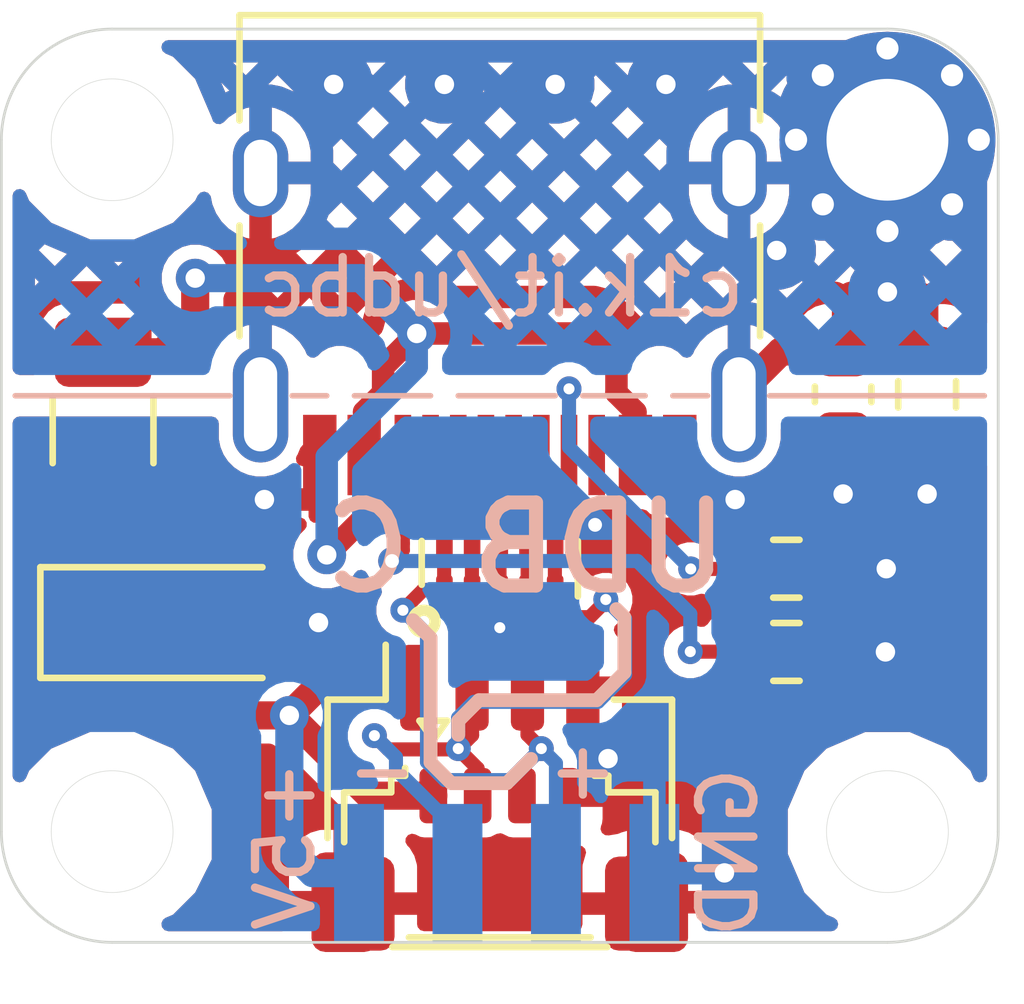
<source format=kicad_pcb>
(kicad_pcb (version 20241229) (generator "pcbnew") (generator_version "9.0")
  (layers (0 "F.Cu" signal) (4 "In1.Cu" signal) (6 "In2.Cu" signal) (2 "B.Cu" signal) (13 "F.Paste" user) (15 "B.Paste" user) (5 "F.SilkS" user "F.Silkscreen") (7 "B.SilkS" user "B.Silkscreen") (1 "F.Mask" user) (3 "B.Mask" user) (25 "Edge.Cuts" user))
  (net 0 "")
  (net 1 "Earth")
  (net 2 "GND")
  (net 3 "Net-(J0-CC2)")
  (net 5 "Net-(J0-CC1)")
  (net 7 "VBUS")
  (net 8 "VCC")
  (net 9 "D+")
  (net 10 "D-")
  (footprint "Resistor_SMD:R_0603_1608Metric" (layer "F.Cu") (at 108.175 47.75)
    (property "Reference" "R1" (hide yes))
    (property "Value" "5.1K" (hide yes))
    (fp_line (start -0.237258 -0.5225) (end 0.237258 -0.5225) (stroke (width 0.12)) (layer "F.SilkS"))
    (fp_line (start -0.237258 0.5225) (end 0.237258 0.5225) (stroke (width 0.12)) (layer "F.SilkS"))
    (pad "1" smd roundrect (at -0.825 0) (size 0.8 0.95) (layers "F.Cu" "F.Mask" "F.Paste") (net 5 "Net-(J0-CC1)"))
    (pad "2" smd roundrect (at 0.825 0) (size 0.8 0.95) (layers "F.Cu" "F.Mask" "F.Paste") (net 2 "GND"))
  )
  (footprint "Resistor_SMD:R_0603_1608Metric" (layer "F.Cu") (at 108.176528 49.25322)
    (property "Reference" "R2" (hide yes))
    (property "Value" "5.1K" (hide yes))
    (fp_line (start -0.237258 -0.5225) (end 0.237258 -0.5225) (stroke (width 0.12)) (layer "F.SilkS"))
    (fp_line (start -0.237258 0.5225) (end 0.237258 0.5225) (stroke (width 0.12)) (layer "F.SilkS"))
    (pad "1" smd roundrect (at -0.825 0) (size 0.8 0.95) (layers "F.Cu" "F.Mask" "F.Paste") (net 3 "Net-(J0-CC2)"))
    (pad "2" smd roundrect (at 0.825 0) (size 0.8 0.95) (layers "F.Cu" "F.Mask" "F.Paste") (net 2 "GND"))
  )
  (footprint "ts-kicad-lib:Hole_M2" (layer "F.Cu") (at 96 40)
    (property "Reference" "H2" (hide yes))
    (property "Value" "~" (hide yes))
    (fp_circle (center 0 0) (end 1.1 0) (stroke (width 0.01)) (fill no) (layer "Edge.Cuts"))
    (zone (net 0) (net_name "") (layers "F.Cu" "B.Cu" "In1.Cu" "In2.Cu" "Cmts.User") (name "KO") (connect_pads (clearance 0)) (min_thickness 0.25)
      (keepout (tracks not_allowed) (vias not_allowed) (pads not_allowed) (copperpour not_allowed) (footprints not_allowed))
      (fill (thermal_gap 0.5) (thermal_bridge_width 0.5))
      (polygon (pts (xy 97.1 38.5) (xy 97.5 38.9) (xy 97.8 39.6) (xy 97.8 40.5) (xy 97.5 41.1) (xy 97.1 41.5) (xy 96.4 41.8) (xy 95.6 41.8) (xy 94.9 41.5) (xy 94.5 41.1) (xy 94.2 40.4) (xy 94.2 39.6) (xy 94.5 38.9) (xy 94.9 38.5) (xy 95.6 38.2) (xy 96.4 38.2)))
    )
  )
  (footprint "Fuse:Fuse_1206_3216Metric" (layer "F.Cu") (at 95.836191 45.239984 -90)
    (property "Reference" "F1" (hide yes))
    (property "Value" "ASMD1206-150" (hide yes))
    (fp_line (start -0.602064 0.91) (end 0.602064 0.91) (stroke (width 0.12)) (layer "F.SilkS"))
    (fp_line (start -0.602064 -0.91) (end 0.602064 -0.91) (stroke (width 0.12)) (layer "F.SilkS"))
    (pad "1" smd roundrect (at -1.4 0 270) (size 1.25 1.75) (layers "F.Cu" "F.Mask" "F.Paste") (roundrect_rratio 0.2) (net 7 "VBUS"))
    (pad "2" smd roundrect (at 1.4 0 270) (size 1.25 1.75) (layers "F.Cu" "F.Mask" "F.Paste") (roundrect_rratio 0.2) (net 8 "VCC"))
  )
  (footprint "Connector_JST:JST_SUR_SM04B-SURS-TF_1x04-1MP_P0.80mm_Horizontal" (layer "F.Cu") (at 103 53)
    (property "Reference" "J2" (hide yes))
    (property "Value" "JST-SUR-04" (hide yes))
    (fp_line (start -2.81 -1.21) (end -1.96 -1.21) (stroke (width 0.12)) (layer "F.SilkS"))
    (fp_line (start -2.81 -0.31) (end -2.81 -1.21) (stroke (width 0.12)) (layer "F.SilkS"))
    (fp_line (start -1.96 -1.51) (end -1.71 -1.51) (stroke (width 0.12)) (layer "F.SilkS"))
    (fp_line (start -1.96 -1.21) (end -1.96 -1.51) (stroke (width 0.12)) (layer "F.SilkS"))
    (fp_line (start -1.71 -1.51) (end -1.71 -1.65) (stroke (width 0.12)) (layer "F.SilkS"))
    (fp_line (start -1.64 1.41) (end 1.64 1.41) (stroke (width 0.12)) (layer "F.SilkS"))
    (fp_line (start -1.45 -2.503553) (end -1.2 -2.15) (stroke (width 0.12)) (layer "F.SilkS"))
    (fp_line (start -1.2 -2.15) (end -0.95 -2.503553) (stroke (width 0.12)) (layer "F.SilkS"))
    (fp_line (start -0.95 -2.503553) (end -1.45 -2.503553) (stroke (width 0.12)) (layer "F.SilkS"))
    (fp_line (start 1.96 -1.51) (end 1.71 -1.51) (stroke (width 0.12)) (layer "F.SilkS"))
    (fp_line (start 1.96 -1.21) (end 1.96 -1.51) (stroke (width 0.12)) (layer "F.SilkS"))
    (fp_line (start 2.81 -1.21) (end 1.96 -1.21) (stroke (width 0.12)) (layer "F.SilkS"))
    (fp_line (start 2.81 -0.31) (end 2.81 -1.21) (stroke (width 0.12)) (layer "F.SilkS"))
    (pad "1" smd roundrect (at -1.2 -1.15) (size 0.5 1) (layers "F.Cu" "F.Mask" "F.Paste") (net 8 "VCC"))
    (pad "2" smd roundrect (at -0.4 -1.15) (size 0.5 1) (layers "F.Cu" "F.Mask" "F.Paste") (net 10 "D-"))
    (pad "3" smd roundrect (at 0.4 -1.15) (size 0.5 1) (layers "F.Cu" "F.Mask" "F.Paste") (net 9 "D+"))
    (pad "4" smd roundrect (at 1.2 -1.15) (size 0.5 1) (layers "F.Cu" "F.Mask" "F.Paste") (net 2 "GND"))
    (pad "MP" smd roundrect (at -2.5 0.8) (size 1.2 1.7) (layers "F.Cu" "F.Mask" "F.Paste") (roundrect_rratio 0.208333) (net 2 "GND"))
    (pad "MP" smd roundrect (at 2.5 0.8) (size 1.2 1.7) (layers "F.Cu" "F.Mask" "F.Paste") (roundrect_rratio 0.208333) (net 2 "GND"))
  )
  (footprint "Resistor_SMD:R_0603_1608Metric" (layer "F.Cu") (at 110.716941 44.599999 -90)
    (property "Reference" "R3" (hide yes))
    (property "Value" "1M" (hide yes))
    (fp_line (start -0.237258 0.5225) (end 0.237258 0.5225) (stroke (width 0.12)) (layer "F.SilkS"))
    (fp_line (start -0.237258 -0.5225) (end 0.237258 -0.5225) (stroke (width 0.12)) (layer "F.SilkS"))
    (pad "1" smd roundrect (at -0.825 0 270) (size 0.8 0.95) (layers "F.Cu" "F.Mask" "F.Paste") (net 1 "Earth"))
    (pad "2" smd roundrect (at 0.825 0 270) (size 0.8 0.95) (layers "F.Cu" "F.Mask" "F.Paste") (net 2 "GND"))
  )
  (footprint "ts-kicad-lib:Hole_M2" (layer "F.Cu") (at 110 52.5)
    (property "Reference" "H4" (hide yes))
    (property "Value" "~" (hide yes))
    (fp_circle (center 0 0) (end 1.1 0) (stroke (width 0.01)) (fill no) (layer "Edge.Cuts"))
    (zone (net 0) (net_name "") (layers "F.Cu" "B.Cu" "In1.Cu" "In2.Cu" "Cmts.User") (name "KO") (connect_pads (clearance 0)) (min_thickness 0.25)
      (keepout (tracks not_allowed) (vias not_allowed) (pads not_allowed) (copperpour not_allowed) (footprints not_allowed))
      (fill (thermal_gap 0.5) (thermal_bridge_width 0.5))
      (polygon (pts (xy 111.1 51) (xy 111.5 51.4) (xy 111.8 52.1) (xy 111.8 53) (xy 111.5 53.6) (xy 111.1 54) (xy 110.4 54.3) (xy 109.6 54.3) (xy 108.9 54) (xy 108.5 53.6) (xy 108.2 52.9) (xy 108.2 52.1) (xy 108.5 51.4) (xy 108.9 51) (xy 109.6 50.7) (xy 110.4 50.7)))
    )
  )
  (footprint "Connector_JST:JST_SH_SM04B-SRSS-TB_1x04-1MP_P1.00mm_Horizontal" (layer "F.Cu") (at 103 51.9)
    (property "Reference" "J1" (hide yes))
    (property "Value" "JST-SH-04" (hide yes))
    (fp_line (start -3.11 -1.785) (end -2.06 -1.785) (stroke (width 0.12)) (layer "F.SilkS"))
    (fp_line (start -3.11 0.715) (end -3.11 -1.785) (stroke (width 0.12)) (layer "F.SilkS"))
    (fp_line (start -2.06 -1.785) (end -2.06 -2.775) (stroke (width 0.12)) (layer "F.SilkS"))
    (fp_line (start -1.94 2.685) (end 1.94 2.685) (stroke (width 0.12)) (layer "F.SilkS"))
    (fp_line (start 3.11 -1.785) (end 2.06 -1.785) (stroke (width 0.12)) (layer "F.SilkS"))
    (fp_line (start 3.11 0.715) (end 3.11 -1.785) (stroke (width 0.12)) (layer "F.SilkS"))
    (pad "1" smd roundrect (at -1.5 -2) (size 0.6 1.55) (layers "F.Cu" "F.Mask" "F.Paste") (net 8 "VCC"))
    (pad "2" smd roundrect (at -0.5 -2) (size 0.6 1.55) (layers "F.Cu" "F.Mask" "F.Paste") (net 10 "D-"))
    (pad "3" smd roundrect (at 0.5 -2) (size 0.6 1.55) (layers "F.Cu" "F.Mask" "F.Paste") (net 9 "D+"))
    (pad "4" smd roundrect (at 1.5 -2) (size 0.6 1.55) (layers "F.Cu" "F.Mask" "F.Paste") (net 2 "GND"))
    (pad "MP" smd roundrect (at -2.8 1.875) (size 1.2 1.8) (layers "F.Cu" "F.Mask" "F.Paste") (roundrect_rratio 0.208333) (net 2 "GND"))
    (pad "MP" smd roundrect (at 2.8 1.875) (size 1.2 1.8) (layers "F.Cu" "F.Mask" "F.Paste") (roundrect_rratio 0.208333) (net 2 "GND"))
  )
  (footprint "Connector_USB:USB_C_Receptacle_HRO_TYPE-C-31-M-12" (layer "F.Cu") (at 103 41.65 180)
    (property "Reference" "J0" (hide yes))
    (property "Value" "USB_C_Receptacle" (hide yes))
    (fp_line (start 4.7 2) (end 4.7 3.9) (stroke (width 0.12)) (layer "F.SilkS"))
    (fp_line (start 4.7 -1.9) (end 4.7 0.1) (stroke (width 0.12)) (layer "F.SilkS"))
    (fp_line (start -4.7 3.9) (end 4.7 3.9) (stroke (width 0.12)) (layer "F.SilkS"))
    (fp_line (start -4.7 2) (end -4.7 3.9) (stroke (width 0.12)) (layer "F.SilkS"))
    (fp_line (start -4.7 -1.9) (end -4.7 0.1) (stroke (width 0.12)) (layer "F.SilkS"))
    (pad "" np_thru_hole circle (at -2.89 -2.6 180) (size 0.65 0.65) (drill 0.65) (layers "*.Cu" "*.Mask"))
    (pad "" np_thru_hole circle (at 2.89 -2.6 180) (size 0.65 0.65) (drill 0.65) (layers "*.Cu" "*.Mask"))
    (pad "A1" smd rect (at -3.25 -4.045 180) (size 0.6 1.45) (layers "F.Cu" "F.Mask" "F.Paste") (net 2 "GND"))
    (pad "A4" smd rect (at -2.45 -4.045 180) (size 0.6 1.45) (layers "F.Cu" "F.Mask" "F.Paste") (net 7 "VBUS"))
    (pad "A5" smd rect (at -1.25 -4.045 180) (size 0.3 1.45) (layers "F.Cu" "F.Mask" "F.Paste") (net 5 "Net-(J0-CC1)"))
    (pad "A6" smd rect (at -0.25 -4.045 180) (size 0.3 1.45) (layers "F.Cu" "F.Mask" "F.Paste") (net 9 "D+"))
    (pad "A7" smd rect (at 0.25 -4.045 180) (size 0.3 1.45) (layers "F.Cu" "F.Mask" "F.Paste") (net 10 "D-"))
    (pad "A8" smd rect (at 1.25 -4.045 180) (size 0.3 1.45) (layers "F.Cu" "F.Mask" "F.Paste"))
    (pad "A9" smd rect (at 2.45 -4.045 180) (size 0.6 1.45) (layers "F.Cu" "F.Mask" "F.Paste") (net 7 "VBUS"))
    (pad "A12" smd rect (at 3.25 -4.045 180) (size 0.6 1.45) (layers "F.Cu" "F.Mask" "F.Paste") (net 2 "GND"))
    (pad "B1" smd rect (at 3.25 -4.045 180) (size 0.6 1.45) (layers "F.Cu" "F.Mask" "F.Paste") (net 2 "GND"))
    (pad "B4" smd rect (at 2.45 -4.045 180) (size 0.6 1.45) (layers "F.Cu" "F.Mask" "F.Paste") (net 7 "VBUS"))
    (pad "B5" smd rect (at 1.75 -4.045 180) (size 0.3 1.45) (layers "F.Cu" "F.Mask" "F.Paste") (net 3 "Net-(J0-CC2)"))
    (pad "B6" smd rect (at 0.75 -4.045 180) (size 0.3 1.45) (layers "F.Cu" "F.Mask" "F.Paste") (net 9 "D+"))
    (pad "B7" smd rect (at -0.75 -4.045 180) (size 0.3 1.45) (layers "F.Cu" "F.Mask" "F.Paste") (net 10 "D-"))
    (pad "B8" smd rect (at -1.75 -4.045 180) (size 0.3 1.45) (layers "F.Cu" "F.Mask" "F.Paste"))
    (pad "B9" smd rect (at -2.45 -4.045 180) (size 0.6 1.45) (layers "F.Cu" "F.Mask" "F.Paste") (net 7 "VBUS"))
    (pad "B12" smd rect (at -3.25 -4.045 180) (size 0.6 1.45) (layers "F.Cu" "F.Mask" "F.Paste") (net 2 "GND"))
    (pad "S1" thru_hole oval (at -4.32 -3.13 180) (size 1 2.1) (drill oval 0.6 1.7) (property pad_prop_heatsink) (layers "*.Cu" "*.Mask") (net 1 "Earth"))
    (pad "S1" thru_hole oval (at -4.32 1.05 180) (size 1 1.6) (drill oval 0.6 1.2) (property pad_prop_heatsink) (layers "*.Cu" "*.Mask") (net 1 "Earth"))
    (pad "S1" thru_hole oval (at 4.32 -3.13 180) (size 1 2.1) (drill oval 0.6 1.7) (property pad_prop_heatsink) (layers "*.Cu" "*.Mask") (net 1 "Earth"))
    (pad "S1" thru_hole oval (at 4.32 1.05 180) (size 1 1.6) (drill oval 0.6 1.2) (property pad_prop_heatsink) (layers "*.Cu" "*.Mask") (net 1 "Earth"))
  )
  (footprint "PCM_SparkFun-Semiconductor-Standard:UFDFN-10_2.5x1.0mm_P0.5mm" (layer "F.Cu") (at 103 47.749176 90)
    (property "Reference" "Z1" (hide yes))
    (property "Value" "TPD4E05U06DQAR" (hide yes))
    (fp_line (start 0.5 -1.41) (end -0.29 -1.41) (stroke (width 0.12)) (layer "F.SilkS"))
    (fp_line (start 0.5 1.41) (end -0.5 1.41) (stroke (width 0.12)) (layer "F.SilkS"))
    (fp_circle (center -0.9525 -1.37) (end -0.8525 -1.37) (stroke (width 0.2032)) (fill no) (layer "F.SilkS"))
    (pad "1" smd roundrect (at -0.385 -1) (size 0.3 0.55) (layers "F.Cu" "F.Mask" "F.Paste") (net 9 "D+"))
    (pad "2" smd roundrect (at -0.385 -0.5) (size 0.3 0.55) (layers "F.Cu" "F.Mask" "F.Paste") (net 10 "D-"))
    (pad "3" smd roundrect (at -0.385 0) (size 0.3 0.55) (layers "F.Cu" "F.Mask" "F.Paste") (net 2 "GND"))
    (pad "4" smd roundrect (at -0.385 0.5) (size 0.3 0.55) (layers "F.Cu" "F.Mask" "F.Paste") (net 9 "D+"))
    (pad "5" smd roundrect (at -0.385 1) (size 0.3 0.55) (layers "F.Cu" "F.Mask" "F.Paste") (net 10 "D-"))
    (pad "6" smd roundrect (at 0.385 1) (size 0.3 0.55) (layers "F.Cu" "F.Mask" "F.Paste") (net 10 "D-"))
    (pad "7" smd roundrect (at 0.385 0.5) (size 0.3 0.55) (layers "F.Cu" "F.Mask" "F.Paste") (net 9 "D+"))
    (pad "8" smd roundrect (at 0.385 0) (size 0.3 0.55) (layers "F.Cu" "F.Mask" "F.Paste") (net 2 "GND"))
    (pad "9" smd roundrect (at 0.385 -0.5) (size 0.3 0.55) (layers "F.Cu" "F.Mask" "F.Paste") (net 10 "D-"))
    (pad "10" smd roundrect (at 0.385 -1) (size 0.3 0.55) (layers "F.Cu" "F.Mask" "F.Paste") (net 9 "D+"))
  )
  (footprint "Diode_SMD:D_SOD-123" (layer "F.Cu") (at 97.063695 48.722722)
    (property "Reference" "D1" (hide yes))
    (property "Value" "SMF9.0CA" (hide yes))
    (fp_line (start -2.36 -1) (end -2.36 1) (stroke (width 0.12)) (layer "F.SilkS"))
    (fp_line (start -2.36 -1) (end 1.65 -1) (stroke (width 0.12)) (layer "F.SilkS"))
    (fp_line (start -2.36 1) (end 1.65 1) (stroke (width 0.12)) (layer "F.SilkS"))
    (pad "1" smd roundrect (at -1.65 0) (size 0.9 1.2) (layers "F.Cu" "F.Mask" "F.Paste") (net 8 "VCC"))
    (pad "2" smd roundrect (at 1.65 0) (size 0.9 1.2) (layers "F.Cu" "F.Mask" "F.Paste") (net 2 "GND"))
  )
  (footprint "Capacitor_SMD:C_0603_1608Metric" (layer "F.Cu") (at 109.2 44.6 -90)
    (property "Reference" "C1" (hide yes))
    (property "Value" "4.7uF" (hide yes))
    (fp_line (start -0.14058 0.51) (end 0.14058 0.51) (stroke (width 0.12)) (layer "F.SilkS"))
    (fp_line (start -0.14058 -0.51) (end 0.14058 -0.51) (stroke (width 0.12)) (layer "F.SilkS"))
    (pad "1" smd roundrect (at -0.775 0 270) (size 0.9 0.95) (layers "F.Cu" "F.Mask" "F.Paste") (net 1 "Earth"))
    (pad "2" smd roundrect (at 0.775 0 270) (size 0.9 0.95) (layers "F.Cu" "F.Mask" "F.Paste") (net 2 "GND"))
  )
  (footprint "ts-kicad-lib:Hole_M2" (layer "F.Cu") (at 96 52.5)
    (property "Reference" "H3" (hide yes))
    (property "Value" "~" (hide yes))
    (fp_circle (center 0 0) (end 1.1 0) (stroke (width 0.01)) (fill no) (layer "Edge.Cuts"))
    (zone (net 0) (net_name "") (layers "F.Cu" "B.Cu" "In1.Cu" "In2.Cu" "Cmts.User") (name "KO") (connect_pads (clearance 0)) (min_thickness 0.25)
      (keepout (tracks not_allowed) (vias not_allowed) (pads not_allowed) (copperpour not_allowed) (footprints not_allowed))
      (fill (thermal_gap 0.5) (thermal_bridge_width 0.5))
      (polygon (pts (xy 97.1 51) (xy 97.5 51.4) (xy 97.8 52.1) (xy 97.8 53) (xy 97.5 53.6) (xy 97.1 54) (xy 96.4 54.3) (xy 95.6 54.3) (xy 94.9 54) (xy 94.5 53.6) (xy 94.2 52.9) (xy 94.2 52.1) (xy 94.5 51.4) (xy 94.9 51) (xy 95.6 50.7) (xy 96.4 50.7)))
    )
  )
  (footprint "ts-kicad-lib:Mount_M2_Rel" (layer "F.Cu") (at 110 40)
    (property "Reference" "H1" (hide yes))
    (property "Value" "~" (hide yes))
    (pad "MP" thru_hole circle (at -1.65 0) (size 0.6 0.6) (drill 0.4) (layers "*.Cu" "*.Mask") (net 1 "Earth"))
    (pad "MP" thru_hole circle (at -1.166726 -1.166726) (size 0.6 0.6) (drill 0.4) (layers "*.Cu" "*.Mask") (net 1 "Earth"))
    (pad "MP" thru_hole circle (at -1.166726 1.166726) (size 0.6 0.6) (drill 0.4) (layers "*.Cu" "*.Mask") (net 1 "Earth"))
    (pad "MP" thru_hole circle (at 0 -1.65) (size 0.6 0.6) (drill 0.4) (layers "*.Cu" "*.Mask") (net 1 "Earth"))
    (pad "MP" thru_hole circle (at 0 0) (size 3.9 3.9) (drill 2.2) (layers "*.Cu" "*.Mask") (net 1 "Earth"))
    (pad "MP" thru_hole circle (at 0 1.65) (size 0.6 0.6) (drill 0.4) (layers "*.Cu" "*.Mask") (net 1 "Earth"))
    (pad "MP" thru_hole circle (at 1.166726 -1.166726) (size 0.6 0.6) (drill 0.4) (layers "*.Cu" "*.Mask") (net 1 "Earth"))
    (pad "MP" thru_hole circle (at 1.166726 1.166726) (size 0.6 0.6) (drill 0.4) (layers "*.Cu" "*.Mask") (net 1 "Earth"))
    (pad "MP" thru_hole circle (at 1.65 0) (size 0.6 0.6) (drill 0.4) (layers "*.Cu" "*.Mask") (net 1 "Earth"))
  )
  (footprint "PCM_SparkFun-Connector:1x04_P2.54mm_SolderPads" (layer "B.Cu") (at 103.125 53.25 -90)
    (property "Reference" "J3")
    (property "Value" "Conn_01x04")
    (pad "1" smd rect (at 0 2.667 270) (size 2.5 0.9) (layers "B.Cu" "B.Mask") (net 8 "VCC"))
    (pad "2" smd rect (at 0 0.889 270) (size 2.5 0.9) (layers "B.Cu" "B.Mask") (net 10 "D-"))
    (pad "3" smd rect (at 0 -0.889 270) (size 2.5 0.9) (layers "B.Cu" "B.Mask") (net 9 "D+"))
    (pad "4" smd rect (at 0 -2.667 270) (size 2.5 0.9) (layers "B.Cu" "B.Mask") (net 2 "GND"))
  )
  (gr_line (start 106.125 44.625) (end 106.75 44.625) (stroke (width 0.1)) (layer "B.SilkS"))
  (gr_line (start 104.5 44.625) (end 105.625 44.625) (stroke (width 0.1)) (layer "B.SilkS"))
  (gr_line (start 102.25 50.5) (end 102.25 50.75) (stroke (width 0.25)) (layer "B.SilkS"))
  (gr_line (start 94.25 44.625) (end 98.125 44.625) (stroke (width 0.1)) (layer "B.SilkS"))
  (gr_line (start 105.105112 48.480112) (end 105.246595 48.621595) (stroke (width 0.25)) (layer "B.SilkS"))
  (gr_line (start 105.25 48.625) (end 105.25 49.625) (stroke (width 0.25)) (layer "B.SilkS"))
  (gr_line (start 101.75 49) (end 101.75 51.25) (stroke (width 0.25)) (layer "B.SilkS"))
  (gr_line (start 103.126969 51.623031) (end 103.563898 51.186102) (stroke (width 0.25)) (layer "B.SilkS"))
  (gr_line (start 107.875 44.625) (end 111.75 44.625) (stroke (width 0.1)) (layer "B.SilkS"))
  (gr_line (start 104.75 50.125) (end 102.625 50.125) (stroke (width 0.25)) (layer "B.SilkS"))
  (gr_line (start 102.625 50.125) (end 102.25 50.5) (stroke (width 0.25)) (layer "B.SilkS"))
  (gr_line (start 101.430398 48.680398) (end 101.75 49) (stroke (width 0.25)) (layer "B.SilkS"))
  (gr_line (start 101.75 51.25) (end 102.120152 51.620152) (stroke (width 0.25)) (layer "B.SilkS"))
  (gr_line (start 100.375 44.625) (end 101.75 44.625) (stroke (width 0.1)) (layer "B.SilkS"))
  (gr_line (start 105.25 49.625) (end 104.75 50.125) (stroke (width 0.25)) (layer "B.SilkS"))
  (gr_line (start 102.125 51.625) (end 103.125 51.625) (stroke (width 0.25)) (layer "B.SilkS"))
  (gr_line (start 99.25 44.625) (end 99.875 44.625) (stroke (width 0.1)) (layer "B.SilkS"))
  (gr_line (start 102.25 44.625) (end 104 44.625) (stroke (width 0.1)) (layer "B.SilkS"))
  (gr_arc (start 94 40) (mid 94.585786 38.585786) (end 96 38) (stroke (width 0.05)) (layer "Edge.Cuts"))
  (gr_line (start 94 40) (end 94 52.5) (stroke (width 0.05)) (layer "Edge.Cuts"))
  (gr_arc (start 110 38) (mid 111.414214 38.585786) (end 112 40) (stroke (width 0.05)) (layer "Edge.Cuts"))
  (gr_line (start 110 54.5) (end 96 54.5) (stroke (width 0.05)) (layer "Edge.Cuts"))
  (gr_arc (start 96 54.5) (mid 94.585786 53.914214) (end 94 52.5) (stroke (width 0.05)) (layer "Edge.Cuts"))
  (gr_arc (start 112 52.5) (mid 111.414214 53.914214) (end 110 54.5) (stroke (width 0.05)) (layer "Edge.Cuts"))
  (gr_line (start 110 38) (end 96 38) (stroke (width 0.05)) (layer "Edge.Cuts"))
  (gr_line (start 112 40) (end 112 52.5) (stroke (width 0.05)) (layer "Edge.Cuts"))
  (gr_text "UDB C" (at 107.25 48.25 0) (layer "B.SilkS") (effects (font (size 1.5 1.5) (thickness 0.254) (bold yes)) (justify left bottom mirror)))
  (gr_text "-" (at 100.875 51.375 0) (layer "B.SilkS") (effects (font (size 1 1)) (justify mirror)))
  (gr_text "+5V" (at 99.125 52.75 90) (layer "B.SilkS") (effects (font (size 1 1)) (justify mirror)))
  (gr_text "c1k.it/udbc" (at 107.5 43.25 0) (layer "B.SilkS") (effects (font (size 1 1)) (justify left bottom mirror)))
  (gr_text "+" (at 104.5 51.375 0) (layer "B.SilkS") (effects (font (size 1 1)) (justify mirror)))
  (gr_text "GND\n" (at 107.125 52.875 90) (layer "B.SilkS") (effects (font (size 1 1)) (justify mirror)))
  (segment (start 107.32 44.58) (end 107.32 44.78) (width 0.508) (layer "F.Cu") (net 1))
  (segment (start 110.66694 43.825) (end 110.716941 43.774999) (width 0.508) (layer "F.Cu") (net 1))
  (segment (start 109.2 43.825) (end 108.075 43.825) (width 0.508) (layer "F.Cu") (net 1))
  (segment (start 108.075 43.825) (end 107.32 44.58) (width 0.508) (layer "F.Cu") (net 1))
  (segment (start 109.2 43.825) (end 110.66694 43.825) (width 0.508) (layer "F.Cu") (net 1))
  (via (at 100 39) (size 0.7) (drill 0.35) (layers "F.Cu" "B.Cu") (net 1))
  (via (at 108 42) (size 0.7) (drill 0.35) (layers "F.Cu" "B.Cu") (net 1))
  (via (at 106 39) (size 0.7) (drill 0.35) (layers "F.Cu" "B.Cu") (net 1))
  (via (at 110 42.75) (size 0.7) (drill 0.35) (layers "F.Cu" "B.Cu") (net 1))
  (via (at 104 39) (size 0.7) (drill 0.35) (layers "F.Cu" "B.Cu") (net 1))
  (via (at 102 39) (size 0.7) (drill 0.35) (layers "F.Cu" "B.Cu") (net 1))
  (segment (start 109.2 45.375) (end 109.2 46.4) (width 0.254) (layer "F.Cu") (net 2))
  (segment (start 104.5 50.725774) (end 104.955051 51.180825) (width 0.508) (layer "F.Cu") (net 2))
  (segment (start 104.2 51.85) (end 104.285876 51.85) (width 0.508) (layer "F.Cu") (net 2))
  (segment (start 98.75 46.5) (end 99.75 46.5) (width 0.4064) (layer "F.Cu") (net 2))
  (segment (start 102.994965 48.819965) (end 103 48.825) (width 0.2) (layer "F.Cu") (net 2))
  (segment (start 109 47.75) (end 109.978779 47.75) (width 0.254) (layer "F.Cu") (net 2))
  (segment (start 104.5 49.9) (end 104.5 50.725774) (width 0.508) (layer "F.Cu") (net 2))
  (segment (start 102.994965 48.134176) (end 102.994965 48.819965) (width 0.254) (layer "F.Cu") (net 2))
  (segment (start 109.96415 49.25322) (end 109.001528 49.25322) (width 0.254) (layer "F.Cu") (net 2))
  (segment (start 102.994965 47.364176) (end 102.994965 48.134176) (width 0.254) (layer "F.Cu") (net 2))
  (segment (start 107.25 46.5) (end 106.25 46.5) (width 0.4064) (layer "F.Cu") (net 2))
  (segment (start 99.75 46.5) (end 99.75 45.695) (width 0.4064) (layer "F.Cu") (net 2))
  (segment (start 110.716941 45.424999) (end 110.716941 46.4) (width 0.254) (layer "F.Cu") (net 2))
  (segment (start 99.726746 48.722722) (end 98.713695 48.722722) (width 0.4064) (layer "F.Cu") (net 2))
  (segment (start 104.285876 51.85) (end 104.955051 51.180825) (width 0.508) (layer "F.Cu") (net 2))
  (segment (start 106.25 46.5) (end 106.25 45.695) (width 0.4064) (layer "F.Cu") (net 2))
  (via (at 107.25 46.5) (size 0.7) (drill 0.35) (layers "F.Cu" "B.Cu") (net 2))
  (via (at 104.955051 51.180825) (size 0.7) (drill 0.35) (layers "F.Cu" "B.Cu") (net 2))
  (via (at 109.978779 47.75) (size 0.7) (drill 0.35) (layers "F.Cu" "B.Cu") (net 2))
  (via (at 104.721087 46.957309) (size 0.5) (drill 0.25) (layers "F.Cu" "B.Cu") (net 2))
  (via (at 98.75 46.5) (size 0.7) (drill 0.35) (layers "F.Cu" "B.Cu") (net 2))
  (via (at 109.96415 49.25322) (size 0.7) (drill 0.35) (layers "F.Cu" "B.Cu") (net 2))
  (via (at 109.2 46.4) (size 0.7) (drill 0.35) (layers "F.Cu" "B.Cu") (net 2))
  (via (at 103 48.815) (size 0.45) (drill 0.2) (layers "F.Cu" "B.Cu") (net 2))
  (via (at 99.726746 48.722722) (size 0.7) (drill 0.35) (layers "F.Cu" "B.Cu") (net 2))
  (via (at 110.716941 46.4) (size 0.7) (drill 0.35) (layers "F.Cu" "B.Cu") (net 2))
  (via (at 107.057161 53.245534) (size 0.7) (drill 0.35) (layers "F.Cu" "B.Cu") (net 2))
  (segment (start 107.348308 49.25) (end 107.351528 49.25322) (width 0.2) (layer "F.Cu") (net 3))
  (segment (start 101.25 47.294286) (end 101.25 47.41472) (width 0.254) (layer "F.Cu") (net 3))
  (segment (start 101.25 47.41472) (end 101.054162 47.610558) (width 0.254) (layer "F.Cu") (net 3))
  (segment (start 107.346101 49.247793) (end 107.351528 49.25322) (width 0.254) (layer "F.Cu") (net 3))
  (segment (start 101.25 45.695) (end 101.25 47.294286) (width 0.254) (layer "F.Cu") (net 3))
  (segment (start 106.43974 49.247793) (end 107.346101 49.247793) (width 0.254) (layer "F.Cu") (net 3))
  (segment (start 106.43974 49.247793) (end 106.441947 49.25) (width 0.2) (layer "F.Cu") (net 3))
  (via (at 106.43974 49.247793) (size 0.45) (drill 0.2) (layers "F.Cu" "B.Cu") (net 3))
  (via (at 101.054162 47.610558) (size 0.5) (drill 0.25) (layers "F.Cu" "B.Cu") (net 3))
  (segment (start 101.054162 47.610558) (end 105.485558 47.610558) (width 0.254) (layer "B.Cu") (net 3))
  (segment (start 106.43974 48.56474) (end 106.43974 49.247793) (width 0.254) (layer "B.Cu") (net 3))
  (segment (start 105.485558 47.610558) (end 106.43974 48.56474) (width 0.254) (layer "B.Cu") (net 3))
  (segment (start 107.346208 47.753792) (end 107.35 47.75) (width 0.254) (layer "F.Cu") (net 5))
  (segment (start 104.25 44.5) (end 104.25 45.695) (width 0.254) (layer "F.Cu") (net 5))
  (segment (start 106.447492 47.753792) (end 107.346208 47.753792) (width 0.254) (layer "F.Cu") (net 5))
  (via (at 106.447492 47.753792) (size 0.45) (drill 0.2) (layers "F.Cu" "B.Cu") (net 5))
  (via (at 104.25 44.5) (size 0.45) (drill 0.2) (layers "F.Cu" "B.Cu") (net 5))
  (segment (start 104.25 45.5563) (end 106.447492 47.753792) (width 0.254) (layer "B.Cu") (net 5))
  (segment (start 104.25 44.5) (end 104.25 45.5563) (width 0.254) (layer "B.Cu") (net 5))
  (segment (start 100.55 44.917612) (end 100.8932 44.574412) (width 0.4064) (layer "F.Cu") (net 7))
  (segment (start 100.55 46.825) (end 100.55 45.695) (width 0.4064) (layer "F.Cu") (net 7))
  (segment (start 97.5 43.25) (end 97.5 42.5) (width 0.508) (layer "F.Cu") (net 7))
  (segment (start 105.1068 44.574412) (end 105.1068 43.9818) (width 0.4064) (layer "F.Cu") (net 7))
  (segment (start 105.45 45.695) (end 105.45 44.917612) (width 0.4064) (layer "F.Cu") (net 7))
  (segment (start 105.45 44.917612) (end 105.1068 44.574412) (width 0.4064) (layer "F.Cu") (net 7))
  (segment (start 95.836191 43.839984) (end 96.910016 43.839984) (width 0.508) (layer "F.Cu") (net 7))
  (segment (start 99.875 47.5) (end 100.55 46.825) (width 0.4064) (layer "F.Cu") (net 7))
  (segment (start 100.8932 44.1068) (end 101.5 43.5) (width 0.4064) (layer "F.Cu") (net 7))
  (segment (start 100.8932 44.574412) (end 100.8932 44.1068) (width 0.4064) (layer "F.Cu") (net 7))
  (segment (start 105.1068 43.9818) (end 104.625 43.5) (width 0.4064) (layer "F.Cu") (net 7))
  (segment (start 100.55 45.695) (end 100.55 44.917612) (width 0.4064) (layer "F.Cu") (net 7))
  (segment (start 101.5 43.5) (end 104.625 43.5) (width 0.4064) (layer "F.Cu") (net 7))
  (segment (start 96.910016 43.839984) (end 97.5 43.25) (width 0.508) (layer "F.Cu") (net 7))
  (via (at 97.5 42.5) (size 0.7) (drill 0.35) (layers "F.Cu" "B.Cu") (net 7))
  (via (at 99.875 47.5) (size 0.7) (drill 0.35) (layers "F.Cu" "B.Cu") (net 7))
  (via (at 101.5 43.5) (size 0.7) (drill 0.35) (layers "F.Cu" "B.Cu") (net 7))
  (segment (start 99.875 47.5) (end 99.875 45.728105) (width 0.4064) (layer "B.Cu") (net 7))
  (segment (start 100.5 42.5) (end 101.5 43.5) (width 0.508) (layer "B.Cu") (net 7))
  (segment (start 101.5 44.103105) (end 101.5 43.5) (width 0.4064) (layer "B.Cu") (net 7))
  (segment (start 99.875 45.728105) (end 101.5 44.103105) (width 0.4064) (layer "B.Cu") (net 7))
  (segment (start 97.5 42.5) (end 100.5 42.5) (width 0.508) (layer "B.Cu") (net 7))
  (segment (start 95.413695 49.595698) (end 95.413695 48.722722) (width 0.508) (layer "F.Cu") (net 8))
  (segment (start 95.817997 50) (end 95.413695 49.595698) (width 0.508) (layer "F.Cu") (net 8))
  (segment (start 101.5 49.9) (end 99.7 49.9) (width 0.508) (layer "F.Cu") (net 8))
  (segment (start 97.8 50.4) (end 97.4 50) (width 0.508) (layer "F.Cu") (net 8))
  (segment (start 95.386106 48.695133) (end 95.413695 48.722722) (width 0.508) (layer "F.Cu") (net 8))
  (segment (start 97.4 50) (end 95.817997 50) (width 0.508) (layer "F.Cu") (net 8))
  (segment (start 99.2 50.4) (end 97.8 50.4) (width 0.508) (layer "F.Cu") (net 8))
  (segment (start 95.386106 47.922526) (end 95.386106 48.695133) (width 0.508) (layer "F.Cu") (net 8))
  (segment (start 95.836191 46.639984) (end 95.836191 47.472441) (width 0.508) (layer "F.Cu") (net 8))
  (segment (start 95.836191 47.472441) (end 95.386106 47.922526) (width 0.508) (layer "F.Cu") (net 8))
  (segment (start 101.8 51.85) (end 100.65 51.85) (width 0.508) (layer "F.Cu") (net 8))
  (segment (start 99.7 49.9) (end 99.2 50.4) (width 0.508) (layer "F.Cu") (net 8))
  (segment (start 100.65 51.85) (end 99.2 50.4) (width 0.508) (layer "F.Cu") (net 8))
  (via (at 99.2 50.4) (size 0.7) (drill 0.35) (layers "F.Cu" "B.Cu") (net 8))
  (segment (start 99.186356 50.413644) (end 99.2 50.4) (width 0.508) (layer "B.Cu") (net 8))
  (segment (start 99.625 53.25) (end 100.458 53.25) (width 0.508) (layer "B.Cu") (net 8))
  (segment (start 99.2 50.4) (end 99.2 52.825) (width 0.508) (layer "B.Cu") (net 8))
  (segment (start 99.2 52.825) (end 99.625 53.25) (width 0.508) (layer "B.Cu") (net 8))
  (segment (start 102.25 45.695) (end 102.25 46.633012) (width 0.254) (layer "F.Cu") (net 9))
  (segment (start 103.503 48.131176) (end 103.5 48.134176) (width 0.254) (layer "F.Cu") (net 9))
  (segment (start 103.5 50.75) (end 103.75 51) (width 0.254) (layer "F.Cu") (net 9))
  (segment (start 103.25 45.695) (end 103.25 46.770822) (width 0.254) (layer "F.Cu") (net 9))
  (segment (start 103.5 48.535868) (end 103.558 48.593868) (width 0.254) (layer "F.Cu") (net 9))
  (segment (start 101.994965 47.364176) (end 101.994965 46.888047) (width 0.254) (layer "F.Cu") (net 9))
  (segment (start 103.5 47.364176) (end 103.503 47.367176) (width 0.254) (layer "F.Cu") (net 9))
  (segment (start 103.558 48.593868) (end 103.558 49.842) (width 0.254) (layer "F.Cu") (net 9))
  (segment (start 103.5 49.9) (end 103.5 50.75) (width 0.254) (layer "F.Cu") (net 9))
  (segment (start 101.615824 48.134176) (end 101.25 48.5) (width 0.254) (layer "F.Cu") (net 9))
  (segment (start 101.994965 48.134176) (end 101.615824 48.134176) (width 0.254) (layer "F.Cu") (net 9))
  (segment (start 101.994965 46.888047) (end 102.25 46.633012) (width 0.254) (layer "F.Cu") (net 9))
  (segment (start 101.994965 48.134176) (end 101.994965 47.364176) (width 0.254) (layer "F.Cu") (net 9))
  (segment (start 103.4 51.85) (end 103.4 51.35) (width 0.254) (layer "F.Cu") (net 9))
  (segment (start 103.4 51.35) (end 103.75 51) (width 0.254) (layer "F.Cu") (net 9))
  (segment (start 103.503 47.367176) (end 103.503 48.131176) (width 0.254) (layer "F.Cu") (net 9))
  (segment (start 103.494965 47.015787) (end 103.25 46.770822) (width 0.254) (layer "F.Cu") (net 9))
  (segment (start 103.558 49.842) (end 103.5 49.9) (width 0.254) (layer "F.Cu") (net 9))
  (segment (start 103.494965 47.364176) (end 103.494965 47.015787) (width 0.254) (layer "F.Cu") (net 9))
  (segment (start 103.5 48.134176) (end 103.5 48.535868) (width 0.254) (layer "F.Cu") (net 9))
  (via (at 103.75 51) (size 0.45) (drill 0.2) (layers "F.Cu" "B.Cu") (net 9))
  (via (at 101.25 48.5) (size 0.45) (drill 0.2) (layers "F.Cu" "B.Cu") (net 9))
  (segment (start 103.18114 51.56886) (end 102.012744 51.56886) (width 0.254) (layer "B.Cu") (net 9))
  (segment (start 104.014 51.264) (end 103.75 51) (width 0.254) (layer "B.Cu") (net 9))
  (segment (start 103.75 51) (end 103.18114 51.56886) (width 0.254) (layer "B.Cu") (net 9))
  (segment (start 101.684999 48.934999) (end 101.25 48.5) (width 0.254) (layer "B.Cu") (net 9))
  (segment (start 104.014 53.25) (end 104.014 51.264) (width 0.254) (layer "B.Cu") (net 9))
  (segment (start 102.012744 51.56886) (end 101.684999 51.241115) (width 0.254) (layer "B.Cu") (net 9))
  (segment (start 101.684999 51.241115) (end 101.684999 48.934999) (width 0.254) (layer "B.Cu") (net 9))
  (segment (start 102.494965 47.025857) (end 102.75 46.770822) (width 0.254) (layer "F.Cu") (net 10))
  (segment (start 102.235746 51.014254) (end 102.25 51) (width 0.254) (layer "F.Cu") (net 10))
  (segment (start 102.5 47.369211) (end 102.494965 47.364176) (width 0.254) (layer "F.Cu") (net 10))
  (segment (start 100.984491 51.014254) (end 102.235746 51.014254) (width 0.254) (layer "F.Cu") (net 10))
  (segment (start 100.735882 50.765645) (end 100.984491 51.014254) (width 0.254) (layer "F.Cu") (net 10))
  (segment (start 102.494965 48.134176) (end 102.5 48.129141) (width 0.254) (layer "F.Cu") (net 10))
  (segment (start 102.494965 47.364176) (end 102.494965 47.025857) (width 0.254) (layer "F.Cu") (net 10))
  (segment (start 103.75 45.695) (end 103.75 46.633012) (width 0.254) (layer "F.Cu") (net 10))
  (segment (start 103.994965 46.877977) (end 103.75 46.633012) (width 0.254) (layer "F.Cu") (net 10))
  (segment (start 103.994965 48.134176) (end 103.994965 47.364176) (width 0.254) (layer "F.Cu") (net 10))
  (segment (start 102.5 48.535868) (end 102.442 48.593868) (width 0.254) (layer "F.Cu") (net 10))
  (segment (start 104.914254 48.335746) (end 104.625 48.625) (width 0.254) (layer "F.Cu") (net 10))
  (segment (start 102.6 51.357882) (end 102.6 51.85) (width 0.254) (layer "F.Cu") (net 10))
  (segment (start 104.625 48.625) (end 104.125 48.625) (width 0.254) (layer "F.Cu") (net 10))
  (segment (start 102.497 48.131176) (end 102.5 48.134176) (width 0.254) (layer "F.Cu") (net 10))
  (segment (start 102.5 48.134176) (end 102.5 48.535868) (width 0.254) (layer "F.Cu") (net 10))
  (segment (start 103.994965 47.364176) (end 103.994965 46.877977) (width 0.254) (layer "F.Cu") (net 10))
  (segment (start 102.75 46.770822) (end 102.75 45.695) (width 0.254) (layer "F.Cu") (net 10))
  (segment (start 104.125 48.625) (end 104 48.5) (width 0.254) (layer "F.Cu") (net 10))
  (segment (start 102.25 51.007882) (end 102.6 51.357882) (width 0.254) (layer "F.Cu") (net 10))
  (segment (start 102.442 48.593868) (end 102.442 49.842) (width 0.254) (layer "F.Cu") (net 10))
  (segment (start 104.914254 48.306053) (end 104.914254 48.335746) (width 0.254) (layer "F.Cu") (net 10))
  (segment (start 102.5 49.9) (end 102.5 50.757882) (width 0.254) (layer "F.Cu") (net 10))
  (segment (start 102.5 50.757882) (end 102.25 51.007882) (width 0.254) (layer "F.Cu") (net 10))
  (segment (start 102.442 49.842) (end 102.5 49.9) (width 0.254) (layer "F.Cu") (net 10))
  (segment (start 102.497 47.367176) (end 102.497 48.131176) (width 0.254) (layer "F.Cu") (net 10))
  (segment (start 104 48.5) (end 104 48.134176) (width 0.254) (layer "F.Cu") (net 10))
  (segment (start 102.5 47.364176) (end 102.497 47.367176) (width 0.254) (layer "F.Cu") (net 10))
  (via (at 104.914254 48.306053) (size 0.45) (drill 0.2) (layers "F.Cu" "B.Cu") (net 10))
  (via (at 102.25 51) (size 0.45) (drill 0.2) (layers "F.Cu" "B.Cu") (net 10))
  (via (at 100.735882 50.765645) (size 0.45) (drill 0.2) (layers "F.Cu" "B.Cu") (net 10))
  (segment (start 102.236 52.486) (end 102.236 53.25) (width 0.254) (layer "B.Cu") (net 10))
  (segment (start 102.247895 51.005777) (end 102.247895 50.442163) (width 0.254) (layer "B.Cu") (net 10))
  (segment (start 102.534752 50.155306) (end 104.7724 50.155306) (width 0.254) (layer "B.Cu") (net 10))
  (segment (start 100.735882 50.765645) (end 101.125 51.154763) (width 0.254) (layer "B.Cu") (net 10))
  (segment (start 105.263113 48.654912) (end 104.914254 48.306053) (width 0.254) (layer "B.Cu") (net 10))
  (segment (start 102.25 51.007882) (end 102.247895 51.005777) (width 0.254) (layer "B.Cu") (net 10))
  (segment (start 104.7724 50.155306) (end 105.263113 49.664593) (width 0.254) (layer "B.Cu") (net 10))
  (segment (start 101.125 51.375) (end 102.236 52.486) (width 0.254) (layer "B.Cu") (net 10))
  (segment (start 101.125 51.154763) (end 101.125 51.375) (width 0.254) (layer "B.Cu") (net 10))
  (segment (start 102.247895 50.442163) (end 102.534752 50.155306) (width 0.254) (layer "B.Cu") (net 10))
  (segment (start 105.263113 49.664593) (end 105.263113 48.654912) (width 0.254) (layer "B.Cu") (net 10))
  (zone (net 1) (net_name "Earth") (layers "F.Cu" "B.Cu") (name "Earth") (connect_pads (clearance 0.254)) (min_thickness 0.254) (fill yes (mode hatch) (thermal_gap 0.4064) (thermal_bridge_width 0.4064) (hatch_thickness 0.4064) (hatch_gap 0.4064) (hatch_orientation 45) (hatch_border_algorithm hatch_thickness) (hatch_min_hole_area 0.3))
    (polygon (pts (xy 112 38) (xy 94 38) (xy 94 44.25) (xy 112 44.25)))
  )
  (zone (net 2) (net_name "GND") (layers "F.Cu" "B.Cu" "In1.Cu" "In2.Cu") (name "GND") (priority 1) (connect_pads (clearance 0.254)) (min_thickness 0.254) (fill yes (thermal_gap 0.4064) (thermal_bridge_width 0.4064))
    (polygon (pts (xy 112 45) (xy 112 54.5) (xy 94 54.5) (xy 94 45)))
  )
)
</source>
